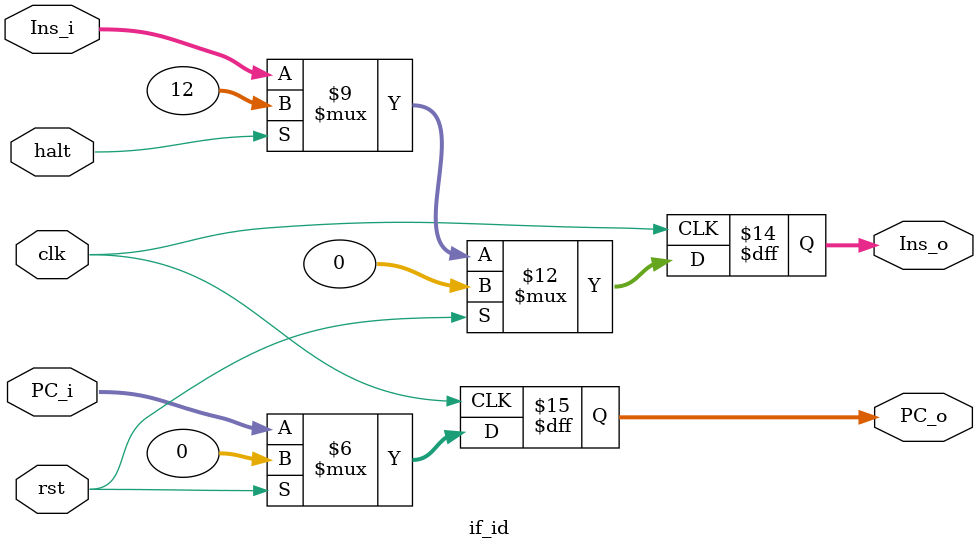
<source format=v>
`timescale 1ns / 1ps

//IF_ID流水部件
module if_id(
    input       clk, rst, halt, 
    input       [31:0] Ins_i, PC_i,
    output reg  [31:0] Ins_o, PC_o
    );
    initial begin
        Ins_o  <= 0;
        PC_o   <= 0;          
    end
    always @(posedge clk) begin
        if (rst) begin
            Ins_o  <= 0;
            PC_o   <= 0;          
        end
        else if(halt) begin
            Ins_o  <= 32'h000c;
            PC_o   <= PC_i;     
        end
        else begin
            Ins_o  <= Ins_i;
            PC_o   <= PC_i;          
        end
    end
    //A,B,PC,IMM
endmodule

</source>
